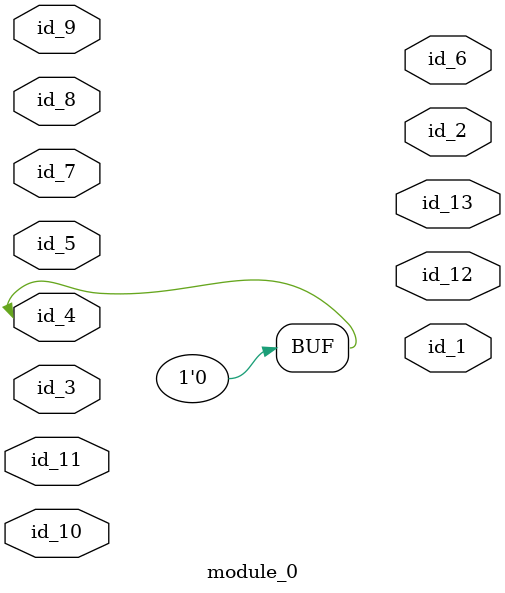
<source format=v>
module module_0 (
    id_1,
    id_2,
    id_3,
    id_4,
    id_5,
    id_6,
    id_7,
    id_8,
    id_9,
    id_10,
    id_11,
    id_12,
    id_13
);
  output id_13;
  output id_12;
  inout id_11;
  input id_10;
  inout id_9;
  inout id_8;
  inout id_7;
  output id_6;
  inout id_5;
  inout id_4;
  input id_3;
  output id_2;
  output id_1;
  assign id_4 = 1'h0;
endmodule

</source>
